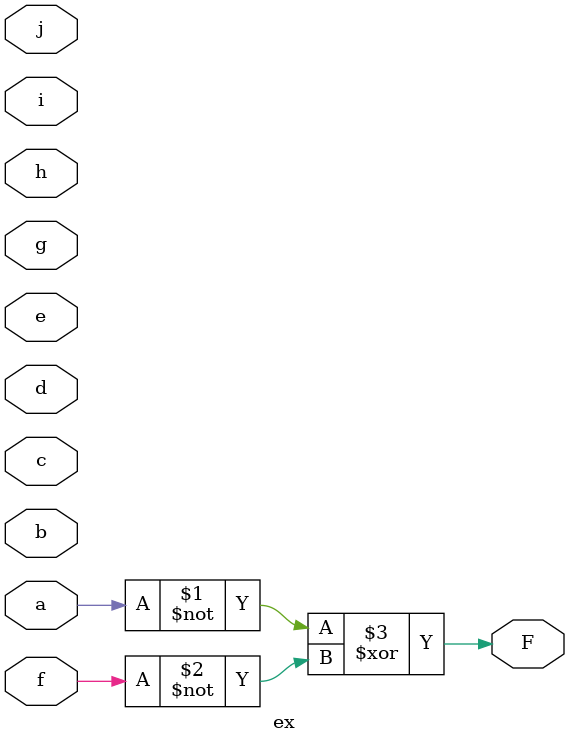
<source format=v>

module ex ( 
    a, b, c, d, e, f, g, h, i, j,
    F  );
  input  a, b, c, d, e, f, g, h, i, j;
  output F;
  assign F = ~a ^ ~f;
endmodule



</source>
